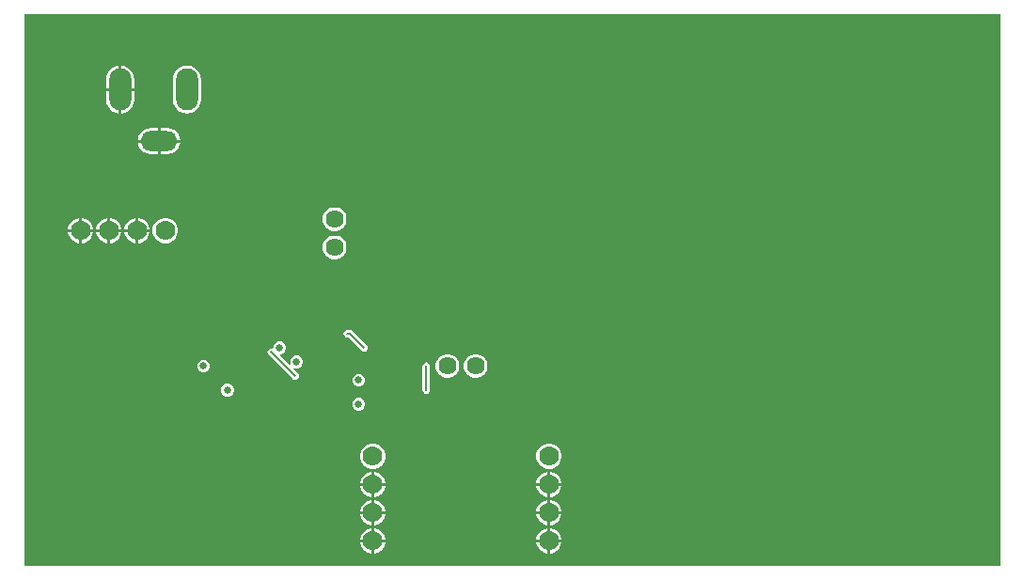
<source format=gbl>
G04*
G04 #@! TF.GenerationSoftware,Altium Limited,Altium Designer,21.6.4 (81)*
G04*
G04 Layer_Physical_Order=2*
G04 Layer_Color=16711680*
%FSLAX25Y25*%
%MOIN*%
G70*
G04*
G04 #@! TF.SameCoordinates,79C8AE82-9BE0-4765-80E1-41451E26D3F0*
G04*
G04*
G04 #@! TF.FilePolarity,Positive*
G04*
G01*
G75*
%ADD17C,0.00600*%
%ADD35C,0.07000*%
%ADD36C,0.06378*%
%ADD37O,0.07874X0.14961*%
%ADD38O,0.12992X0.07087*%
%ADD39C,0.05000*%
%ADD40C,0.02500*%
G36*
X347961Y2040D02*
X2039D01*
Y197961D01*
X347961D01*
Y2040D01*
D02*
G37*
%LPC*%
G36*
X36500Y179552D02*
Y171595D01*
X40980D01*
Y174638D01*
X40810Y175927D01*
X40312Y177128D01*
X39521Y178159D01*
X38490Y178950D01*
X37289Y179448D01*
X36500Y179552D01*
D02*
G37*
G36*
X35500D02*
X34711Y179448D01*
X33510Y178950D01*
X32479Y178159D01*
X31688Y177128D01*
X31190Y175927D01*
X31020Y174638D01*
Y171595D01*
X35500D01*
Y179552D01*
D02*
G37*
G36*
X40980Y170595D02*
X36500D01*
Y162637D01*
X37289Y162741D01*
X38490Y163239D01*
X39521Y164030D01*
X40312Y165061D01*
X40810Y166262D01*
X40980Y167551D01*
Y170595D01*
D02*
G37*
G36*
X35500D02*
X31020D01*
Y167551D01*
X31190Y166262D01*
X31688Y165061D01*
X32479Y164030D01*
X33510Y163239D01*
X34711Y162741D01*
X35500Y162637D01*
Y170595D01*
D02*
G37*
G36*
X59622Y179617D02*
X58333Y179448D01*
X57132Y178950D01*
X56101Y178159D01*
X55310Y177128D01*
X54812Y175927D01*
X54642Y174638D01*
Y167551D01*
X54812Y166262D01*
X55310Y165061D01*
X56101Y164030D01*
X57132Y163239D01*
X58333Y162741D01*
X59622Y162572D01*
X60911Y162741D01*
X62112Y163239D01*
X63143Y164030D01*
X63934Y165061D01*
X64432Y166262D01*
X64602Y167551D01*
Y174638D01*
X64432Y175927D01*
X63934Y177128D01*
X63143Y178159D01*
X62112Y178950D01*
X60911Y179448D01*
X59622Y179617D01*
D02*
G37*
G36*
X52732Y157370D02*
X50279D01*
Y153287D01*
X57249D01*
X57159Y153973D01*
X56701Y155079D01*
X55973Y156028D01*
X55023Y156756D01*
X53918Y157214D01*
X52732Y157370D01*
D02*
G37*
G36*
X49279D02*
X46827D01*
X45641Y157214D01*
X44535Y156756D01*
X43587Y156028D01*
X42858Y155079D01*
X42400Y153973D01*
X42310Y153287D01*
X49279D01*
Y157370D01*
D02*
G37*
G36*
X57249Y152287D02*
X50279D01*
Y148205D01*
X52732D01*
X53918Y148361D01*
X55023Y148819D01*
X55973Y149547D01*
X56701Y150496D01*
X57159Y151601D01*
X57249Y152287D01*
D02*
G37*
G36*
X49279D02*
X42310D01*
X42400Y151601D01*
X42858Y150496D01*
X43587Y149547D01*
X44535Y148819D01*
X45641Y148361D01*
X46827Y148205D01*
X49279D01*
Y152287D01*
D02*
G37*
G36*
X22592Y125594D02*
X22500D01*
Y121595D01*
X26500D01*
Y121687D01*
X26193Y122831D01*
X25601Y123857D01*
X24763Y124695D01*
X23737Y125288D01*
X22592Y125594D01*
D02*
G37*
G36*
X42592D02*
X42500D01*
Y121595D01*
X46500D01*
Y121687D01*
X46193Y122831D01*
X45601Y123857D01*
X44763Y124695D01*
X43737Y125288D01*
X42592Y125594D01*
D02*
G37*
G36*
X32592D02*
X32500D01*
Y121595D01*
X36500D01*
Y121687D01*
X36193Y122831D01*
X35601Y123857D01*
X34763Y124695D01*
X33737Y125288D01*
X32592Y125594D01*
D02*
G37*
G36*
X21500D02*
X21408D01*
X20263Y125288D01*
X19237Y124695D01*
X18399Y123857D01*
X17807Y122831D01*
X17500Y121687D01*
Y121595D01*
X21500D01*
Y125594D01*
D02*
G37*
G36*
X31500D02*
X31408D01*
X30263Y125288D01*
X29237Y124695D01*
X28399Y123857D01*
X27807Y122831D01*
X27500Y121687D01*
Y121595D01*
X31500D01*
Y125594D01*
D02*
G37*
G36*
X41500D02*
X41408D01*
X40263Y125288D01*
X39237Y124695D01*
X38399Y123857D01*
X37807Y122831D01*
X37500Y121687D01*
Y121595D01*
X41500D01*
Y125594D01*
D02*
G37*
G36*
X112551Y129283D02*
X111449D01*
X110383Y128998D01*
X109428Y128446D01*
X108648Y127667D01*
X108097Y126711D01*
X107811Y125646D01*
Y124543D01*
X108097Y123478D01*
X108648Y122522D01*
X109428Y121742D01*
X110383Y121191D01*
X111449Y120905D01*
X112551D01*
X113617Y121191D01*
X114572Y121742D01*
X115352Y122522D01*
X115903Y123478D01*
X116189Y124543D01*
Y125646D01*
X115903Y126711D01*
X115352Y127667D01*
X114572Y128446D01*
X113617Y128998D01*
X112551Y129283D01*
D02*
G37*
G36*
X52592Y125594D02*
X51408D01*
X50263Y125288D01*
X49237Y124695D01*
X48399Y123857D01*
X47807Y122831D01*
X47500Y121687D01*
Y120502D01*
X47807Y119358D01*
X48399Y118331D01*
X49237Y117494D01*
X50263Y116901D01*
X51408Y116595D01*
X52592D01*
X53737Y116901D01*
X54763Y117494D01*
X55601Y118331D01*
X56193Y119358D01*
X56500Y120502D01*
Y121687D01*
X56193Y122831D01*
X55601Y123857D01*
X54763Y124695D01*
X53737Y125288D01*
X52592Y125594D01*
D02*
G37*
G36*
X46500Y120595D02*
X42500D01*
Y116595D01*
X42592D01*
X43737Y116901D01*
X44763Y117494D01*
X45601Y118331D01*
X46193Y119358D01*
X46500Y120502D01*
Y120595D01*
D02*
G37*
G36*
X41500D02*
X37500D01*
Y120502D01*
X37807Y119358D01*
X38399Y118331D01*
X39237Y117494D01*
X40263Y116901D01*
X41408Y116595D01*
X41500D01*
Y120595D01*
D02*
G37*
G36*
X36500D02*
X32500D01*
Y116595D01*
X32592D01*
X33737Y116901D01*
X34763Y117494D01*
X35601Y118331D01*
X36193Y119358D01*
X36500Y120502D01*
Y120595D01*
D02*
G37*
G36*
X31500D02*
X27500D01*
Y120502D01*
X27807Y119358D01*
X28399Y118331D01*
X29237Y117494D01*
X30263Y116901D01*
X31408Y116595D01*
X31500D01*
Y120595D01*
D02*
G37*
G36*
X26500D02*
X22500D01*
Y116595D01*
X22592D01*
X23737Y116901D01*
X24763Y117494D01*
X25601Y118331D01*
X26193Y119358D01*
X26500Y120502D01*
Y120595D01*
D02*
G37*
G36*
X21500D02*
X17500D01*
Y120502D01*
X17807Y119358D01*
X18399Y118331D01*
X19237Y117494D01*
X20263Y116901D01*
X21408Y116595D01*
X21500D01*
Y120595D01*
D02*
G37*
G36*
X112551Y119283D02*
X111449D01*
X110383Y118998D01*
X109428Y118447D01*
X108648Y117667D01*
X108097Y116711D01*
X107811Y115646D01*
Y114543D01*
X108097Y113478D01*
X108648Y112522D01*
X109428Y111742D01*
X110383Y111191D01*
X111449Y110906D01*
X112551D01*
X113617Y111191D01*
X114572Y111742D01*
X115352Y112522D01*
X115903Y113478D01*
X116189Y114543D01*
Y115646D01*
X115903Y116711D01*
X115352Y117667D01*
X114572Y118447D01*
X113617Y118998D01*
X112551Y119283D01*
D02*
G37*
G36*
X92948Y81750D02*
X92052D01*
X91225Y81407D01*
X90592Y80774D01*
X90250Y79948D01*
Y79618D01*
X89750Y79276D01*
X89500Y79325D01*
X88993Y79225D01*
X88563Y78937D01*
X88275Y78507D01*
X88174Y78000D01*
X88275Y77493D01*
X88563Y77063D01*
X97063Y68563D01*
X97493Y68275D01*
X98000Y68174D01*
X98507Y68275D01*
X98937Y68563D01*
X99225Y68993D01*
X99326Y69500D01*
X99225Y70007D01*
X98937Y70437D01*
X97392Y71982D01*
X97676Y72406D01*
X98052Y72250D01*
X98948D01*
X99774Y72593D01*
X100408Y73225D01*
X100750Y74052D01*
Y74948D01*
X100408Y75775D01*
X99774Y76407D01*
X98948Y76750D01*
X98052D01*
X97225Y76407D01*
X96592Y75775D01*
X96250Y74948D01*
Y74052D01*
X96406Y73676D01*
X95982Y73392D01*
X92586Y76788D01*
X92778Y77250D01*
X92948D01*
X93774Y77592D01*
X94407Y78225D01*
X94750Y79052D01*
Y79948D01*
X94407Y80774D01*
X93774Y81407D01*
X92948Y81750D01*
D02*
G37*
G36*
X117500Y85826D02*
X116500D01*
X115993Y85725D01*
X115563Y85437D01*
X115275Y85007D01*
X115174Y84500D01*
X115275Y83993D01*
X115563Y83563D01*
X115993Y83275D01*
X116500Y83175D01*
X116951D01*
X121563Y78563D01*
X121993Y78275D01*
X122500Y78175D01*
X123007Y78275D01*
X123437Y78563D01*
X123725Y78993D01*
X123826Y79500D01*
X123725Y80007D01*
X123437Y80437D01*
X118437Y85437D01*
X118007Y85725D01*
X117500Y85826D01*
D02*
G37*
G36*
X65948Y75250D02*
X65052D01*
X64226Y74907D01*
X63592Y74274D01*
X63250Y73448D01*
Y72552D01*
X63592Y71725D01*
X64226Y71092D01*
X65052Y70750D01*
X65948D01*
X66774Y71092D01*
X67408Y71725D01*
X67750Y72552D01*
Y73448D01*
X67408Y74274D01*
X66774Y74907D01*
X65948Y75250D01*
D02*
G37*
G36*
X162551Y77189D02*
X161449D01*
X160383Y76903D01*
X159428Y76352D01*
X158648Y75572D01*
X158097Y74617D01*
X157811Y73551D01*
Y72448D01*
X158097Y71383D01*
X158648Y70428D01*
X159428Y69648D01*
X160383Y69096D01*
X161449Y68811D01*
X162551D01*
X163617Y69096D01*
X164572Y69648D01*
X165352Y70428D01*
X165903Y71383D01*
X166189Y72448D01*
Y73551D01*
X165903Y74617D01*
X165352Y75572D01*
X164572Y76352D01*
X163617Y76903D01*
X162551Y77189D01*
D02*
G37*
G36*
X152551D02*
X151449D01*
X150383Y76903D01*
X149428Y76352D01*
X148648Y75572D01*
X148097Y74617D01*
X147811Y73551D01*
Y72448D01*
X148097Y71383D01*
X148648Y70428D01*
X149428Y69648D01*
X150383Y69096D01*
X151449Y68811D01*
X152551D01*
X153617Y69096D01*
X154572Y69648D01*
X155352Y70428D01*
X155903Y71383D01*
X156189Y72448D01*
Y73551D01*
X155903Y74617D01*
X155352Y75572D01*
X154572Y76352D01*
X153617Y76903D01*
X152551Y77189D01*
D02*
G37*
G36*
X120948Y70250D02*
X120052D01*
X119226Y69907D01*
X118593Y69274D01*
X118250Y68448D01*
Y67552D01*
X118593Y66725D01*
X119226Y66092D01*
X120052Y65750D01*
X120948D01*
X121774Y66092D01*
X122407Y66725D01*
X122750Y67552D01*
Y68448D01*
X122407Y69274D01*
X121774Y69907D01*
X120948Y70250D01*
D02*
G37*
G36*
X144500Y74326D02*
X143993Y74225D01*
X143563Y73937D01*
X143275Y73507D01*
X143175Y73000D01*
Y64500D01*
X143275Y63993D01*
X143563Y63563D01*
X143993Y63275D01*
X144500Y63174D01*
X145007Y63275D01*
X145437Y63563D01*
X145725Y63993D01*
X145826Y64500D01*
Y73000D01*
X145725Y73507D01*
X145437Y73937D01*
X145007Y74225D01*
X144500Y74326D01*
D02*
G37*
G36*
X74448Y66750D02*
X73552D01*
X72725Y66408D01*
X72092Y65775D01*
X71750Y64948D01*
Y64052D01*
X72092Y63226D01*
X72725Y62593D01*
X73552Y62250D01*
X74448D01*
X75274Y62593D01*
X75907Y63226D01*
X76250Y64052D01*
Y64948D01*
X75907Y65775D01*
X75274Y66408D01*
X74448Y66750D01*
D02*
G37*
G36*
X120948Y61750D02*
X120052D01*
X119226Y61408D01*
X118593Y60774D01*
X118250Y59948D01*
Y59052D01*
X118593Y58226D01*
X119226Y57592D01*
X120052Y57250D01*
X120948D01*
X121774Y57592D01*
X122407Y58226D01*
X122750Y59052D01*
Y59948D01*
X122407Y60774D01*
X121774Y61408D01*
X120948Y61750D01*
D02*
G37*
G36*
X188592Y45594D02*
X187408D01*
X186263Y45288D01*
X185237Y44695D01*
X184399Y43857D01*
X183807Y42831D01*
X183500Y41687D01*
Y40502D01*
X183807Y39358D01*
X184399Y38331D01*
X185237Y37494D01*
X186263Y36901D01*
X187408Y36595D01*
X188592D01*
X189737Y36901D01*
X190763Y37494D01*
X191601Y38331D01*
X192193Y39358D01*
X192500Y40502D01*
Y41687D01*
X192193Y42831D01*
X191601Y43857D01*
X190763Y44695D01*
X189737Y45288D01*
X188592Y45594D01*
D02*
G37*
G36*
X126092Y45500D02*
X124908D01*
X123763Y45193D01*
X122737Y44601D01*
X121899Y43763D01*
X121307Y42737D01*
X121000Y41592D01*
Y40408D01*
X121307Y39263D01*
X121899Y38237D01*
X122737Y37399D01*
X123763Y36807D01*
X124908Y36500D01*
X126092D01*
X127237Y36807D01*
X128263Y37399D01*
X129101Y38237D01*
X129693Y39263D01*
X130000Y40408D01*
Y41592D01*
X129693Y42737D01*
X129101Y43763D01*
X128263Y44601D01*
X127237Y45193D01*
X126092Y45500D01*
D02*
G37*
G36*
X188592Y35594D02*
X188500D01*
Y31594D01*
X192500D01*
Y31687D01*
X192193Y32831D01*
X191601Y33858D01*
X190763Y34695D01*
X189737Y35288D01*
X188592Y35594D01*
D02*
G37*
G36*
X187500D02*
X187408D01*
X186263Y35288D01*
X185237Y34695D01*
X184399Y33858D01*
X183807Y32831D01*
X183500Y31687D01*
Y31594D01*
X187500D01*
Y35594D01*
D02*
G37*
G36*
X126092Y35500D02*
X126000D01*
Y31500D01*
X130000D01*
Y31592D01*
X129693Y32737D01*
X129101Y33763D01*
X128263Y34601D01*
X127237Y35193D01*
X126092Y35500D01*
D02*
G37*
G36*
X125000D02*
X124908D01*
X123763Y35193D01*
X122737Y34601D01*
X121899Y33763D01*
X121307Y32737D01*
X121000Y31592D01*
Y31500D01*
X125000D01*
Y35500D01*
D02*
G37*
G36*
X192500Y30595D02*
X188500D01*
Y26594D01*
X188592D01*
X189737Y26901D01*
X190763Y27494D01*
X191601Y28331D01*
X192193Y29357D01*
X192500Y30502D01*
Y30595D01*
D02*
G37*
G36*
X187500D02*
X183500D01*
Y30502D01*
X183807Y29357D01*
X184399Y28331D01*
X185237Y27494D01*
X186263Y26901D01*
X187408Y26594D01*
X187500D01*
Y30595D01*
D02*
G37*
G36*
X130000Y30500D02*
X126000D01*
Y26500D01*
X126092D01*
X127237Y26807D01*
X128263Y27399D01*
X129101Y28237D01*
X129693Y29263D01*
X130000Y30408D01*
Y30500D01*
D02*
G37*
G36*
X125000D02*
X121000D01*
Y30408D01*
X121307Y29263D01*
X121899Y28237D01*
X122737Y27399D01*
X123763Y26807D01*
X124908Y26500D01*
X125000D01*
Y30500D01*
D02*
G37*
G36*
X188592Y25594D02*
X188500D01*
Y21595D01*
X192500D01*
Y21687D01*
X192193Y22831D01*
X191601Y23858D01*
X190763Y24695D01*
X189737Y25288D01*
X188592Y25594D01*
D02*
G37*
G36*
X187500D02*
X187408D01*
X186263Y25288D01*
X185237Y24695D01*
X184399Y23858D01*
X183807Y22831D01*
X183500Y21687D01*
Y21595D01*
X187500D01*
Y25594D01*
D02*
G37*
G36*
X126092Y25500D02*
X126000D01*
Y21500D01*
X130000D01*
Y21592D01*
X129693Y22737D01*
X129101Y23763D01*
X128263Y24601D01*
X127237Y25193D01*
X126092Y25500D01*
D02*
G37*
G36*
X125000D02*
X124908D01*
X123763Y25193D01*
X122737Y24601D01*
X121899Y23763D01*
X121307Y22737D01*
X121000Y21592D01*
Y21500D01*
X125000D01*
Y25500D01*
D02*
G37*
G36*
X192500Y20595D02*
X188500D01*
Y16594D01*
X188592D01*
X189737Y16901D01*
X190763Y17494D01*
X191601Y18331D01*
X192193Y19358D01*
X192500Y20502D01*
Y20595D01*
D02*
G37*
G36*
X187500D02*
X183500D01*
Y20502D01*
X183807Y19358D01*
X184399Y18331D01*
X185237Y17494D01*
X186263Y16901D01*
X187408Y16594D01*
X187500D01*
Y20595D01*
D02*
G37*
G36*
X130000Y20500D02*
X126000D01*
Y16500D01*
X126092D01*
X127237Y16807D01*
X128263Y17399D01*
X129101Y18237D01*
X129693Y19263D01*
X130000Y20408D01*
Y20500D01*
D02*
G37*
G36*
X125000D02*
X121000D01*
Y20408D01*
X121307Y19263D01*
X121899Y18237D01*
X122737Y17399D01*
X123763Y16807D01*
X124908Y16500D01*
X125000D01*
Y20500D01*
D02*
G37*
G36*
X188592Y15595D02*
X188500D01*
Y11594D01*
X192500D01*
Y11687D01*
X192193Y12831D01*
X191601Y13858D01*
X190763Y14695D01*
X189737Y15288D01*
X188592Y15595D01*
D02*
G37*
G36*
X187500D02*
X187408D01*
X186263Y15288D01*
X185237Y14695D01*
X184399Y13858D01*
X183807Y12831D01*
X183500Y11687D01*
Y11594D01*
X187500D01*
Y15595D01*
D02*
G37*
G36*
X126092Y15500D02*
X126000D01*
Y11500D01*
X130000D01*
Y11592D01*
X129693Y12737D01*
X129101Y13763D01*
X128263Y14601D01*
X127237Y15193D01*
X126092Y15500D01*
D02*
G37*
G36*
X125000D02*
X124908D01*
X123763Y15193D01*
X122737Y14601D01*
X121899Y13763D01*
X121307Y12737D01*
X121000Y11592D01*
Y11500D01*
X125000D01*
Y15500D01*
D02*
G37*
G36*
X192500Y10594D02*
X188500D01*
Y6594D01*
X188592D01*
X189737Y6901D01*
X190763Y7494D01*
X191601Y8331D01*
X192193Y9358D01*
X192500Y10502D01*
Y10594D01*
D02*
G37*
G36*
X187500D02*
X183500D01*
Y10502D01*
X183807Y9358D01*
X184399Y8331D01*
X185237Y7494D01*
X186263Y6901D01*
X187408Y6594D01*
X187500D01*
Y10594D01*
D02*
G37*
G36*
X130000Y10500D02*
X126000D01*
Y6500D01*
X126092D01*
X127237Y6807D01*
X128263Y7399D01*
X129101Y8237D01*
X129693Y9263D01*
X130000Y10408D01*
Y10500D01*
D02*
G37*
G36*
X125000D02*
X121000D01*
Y10408D01*
X121307Y9263D01*
X121899Y8237D01*
X122737Y7399D01*
X123763Y6807D01*
X124908Y6500D01*
X125000D01*
Y10500D01*
D02*
G37*
%LPD*%
D17*
X144500Y64500D02*
Y73000D01*
X117500Y84500D02*
X122500Y79500D01*
X116500Y84500D02*
X117500D01*
X89500Y78000D02*
X98000Y69500D01*
D35*
X188000Y31095D02*
D03*
Y41094D02*
D03*
Y11095D02*
D03*
Y21094D02*
D03*
X125500Y31000D02*
D03*
Y41000D02*
D03*
Y11000D02*
D03*
Y21000D02*
D03*
X42000Y121095D02*
D03*
X52000D02*
D03*
X22000D02*
D03*
X32000D02*
D03*
D36*
X152000Y73000D02*
D03*
X162000D02*
D03*
X112000Y125094D02*
D03*
Y115094D02*
D03*
D37*
X59622Y171095D02*
D03*
X36000D02*
D03*
D38*
X49779Y152787D02*
D03*
D39*
X245900Y46400D02*
D03*
X275400D02*
D03*
X71000Y85000D02*
D03*
X217300Y46400D02*
D03*
X104000Y154500D02*
D03*
X135000Y141000D02*
D03*
X304000Y46500D02*
D03*
X54000Y9500D02*
D03*
X154000Y99000D02*
D03*
D40*
X92500Y79500D02*
D03*
X120500Y59500D02*
D03*
X74000Y64500D02*
D03*
X65500Y73000D02*
D03*
X98500Y74500D02*
D03*
X120500Y68000D02*
D03*
M02*

</source>
